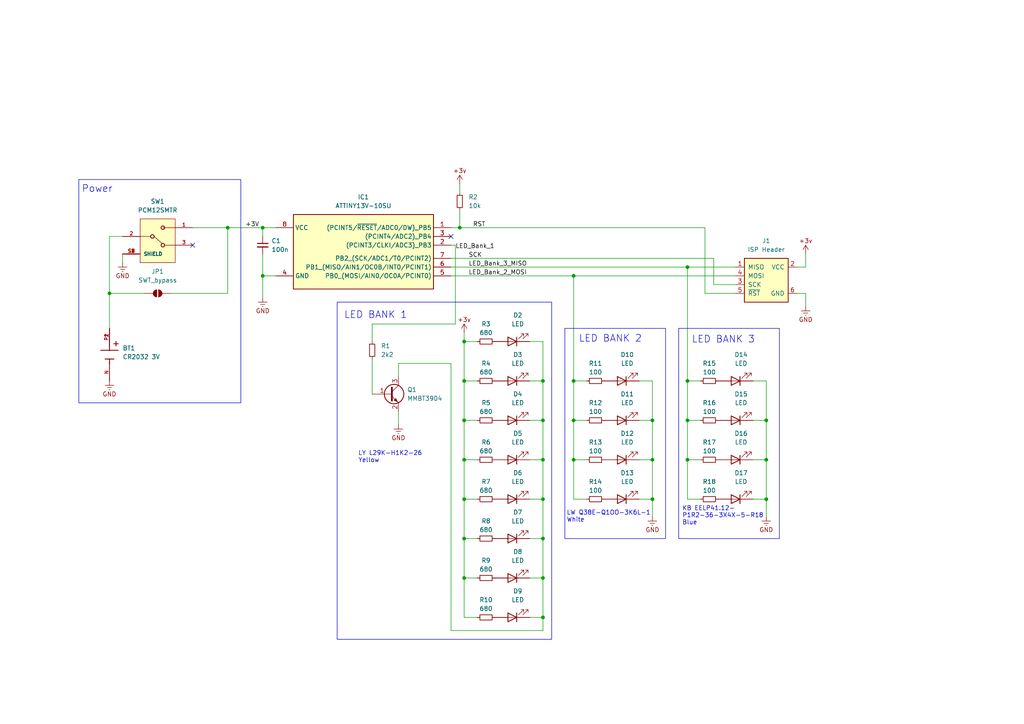
<source format=kicad_sch>
(kicad_sch (version 20231120) (generator "eeschema") (generator_version "8.0")
  (paper "A4")
  (title_block (title "Christmas Ornament 2024") (date "2024-12-20") (rev "1.1") (company "Danni's Creations") (comment 1 "Danni Randeris"))
  (lib_symbols
    (symbol "DARAN:ATTINY13V-10SU"
      (property "Reference" "IC" (at 5.08 5.842 0))
      (property "Value" "ATTINY13V-10SU" (at 45.72 5.842 0))
      (symbol "ATTINY13V-10SU_1_1"
        (rectangle (start 5.08 3.81) (end 45.72 -17.78) (stroke (width 0.254)) (fill (type background)))
        (pin passive line (at 50.8 0 180) (length 5.08) (name "(PCINT5/~{RESET}/ADC0/DW)_PB5") (number "1"))
        (pin passive line (at 50.8 -5.08 180) (length 5.08) (name "(PCINT3/CLKI/ADC3)_PB3") (number "2"))
        (pin passive line (at 50.8 -2.54 180) (length 5.08) (name "(PCINT4/ADC2)_PB4") (number "3"))
        (pin passive line (at 0 -13.97 0) (length 5.08) (name "GND") (number "4"))
        (pin passive line (at 50.8 -13.97 180) (length 5.08) (name "PB0_(MOSI/AIN0/OC0A/PCINT0)") (number "5"))
        (pin passive line (at 50.8 -11.43 180) (length 5.08) (name "PB1_(MISO/AIN1/OC0B/INT0/PCINT1)") (number "6"))
        (pin passive line (at 50.8 -8.89 180) (length 5.08) (name "PB2_(SCK/ADC1/T0/PCINT2)") (number "7"))
        (pin passive line (at 0 0 0) (length 5.08) (name "VCC") (number "8"))
      )
    )
    (symbol "DARAN:BAT-HLD-003-SMT" (pin_names (offset 1.016))
      (property "Reference" "BT" (at -3.81 3.81 0))
      (property "Value" "BAT-HLD-003-SMT" (at -3.81 -5.08 0))
      (symbol "BAT-HLD-003-SMT_0_0"
        (polyline (pts (xy -3.81 1.905) (xy -2.54 1.905)) (stroke (width 0.254)))
        (polyline (pts (xy -3.175 2.54) (xy -3.175 1.27)) (stroke (width 0.254)))
        (polyline (pts (xy -1.27 0) (xy -2.54 0)) (stroke (width 0.254)))
        (polyline (pts (xy -1.27 0) (xy -1.27 -2.54)) (stroke (width 0.254)))
        (polyline (pts (xy -1.27 2.54) (xy -1.27 0)) (stroke (width 0.254)))
        (polyline (pts (xy 1.27 0) (xy 1.27 -1.27)) (stroke (width 0.254)))
        (polyline (pts (xy 1.27 0) (xy 2.54 0)) (stroke (width 0.254)))
        (polyline (pts (xy 1.27 1.27) (xy 1.27 0)) (stroke (width 0.254)))
        (pin power_out line (at 7.62 0 180) (length 5.08) (name "~") (number "N"))
        (pin power_out line (at -7.62 0 0) (length 5.08) (name "~") (number "P1"))
        (pin power_out line (at -7.62 0 0) (length 5.08) (name "~") (number "P2"))
      )
    )
    (symbol "DARAN:C" (pin_numbers hide) (pin_names (offset 0.254) hide)
      (property "Reference" "C" (at 0.254 1.778 0))
      (property "Value" "C" (at 0.254 -2.032 0))
      (symbol "C_0_1"
        (polyline (pts (xy -1.524 -0.508) (xy 1.524 -0.508)) (stroke (width 0.3302)))
        (polyline (pts (xy -1.524 0.508) (xy 1.524 0.508)) (stroke (width 0.3048)))
      )
      (symbol "C_1_1"
        (pin passive line (at 0 2.54 270) (length 2.032) (name "~") (number "1"))
        (pin passive line (at 0 -2.54 90) (length 2.032) (name "~") (number "2"))
      )
    )
    (symbol "DARAN:DARAN_+3V" (power) (pin_names (offset 0))
      (symbol "DARAN_+3V_0_1"
        (polyline (pts (xy -0.762 1.27) (xy 0 2.54)))
        (polyline (pts (xy 0 0) (xy 0 2.54)))
        (polyline (pts (xy 0 2.54) (xy 0.762 1.27)))
      )
      (symbol "DARAN_+3V_1_0"
        (text "+3v" (at 0 3.81 0) (effects (font (size 1.27 1.27))))
      )
      (symbol "DARAN_+3V_1_1"
        (pin power_in line (at 0 0 90) (length 0) hide (name "+3V") (number "1"))
      )
    )
    (symbol "DARAN:DARAN_GND" (power) (pin_names (offset 0))
      (symbol "DARAN_GND_0_0"
        (text "GND" (at 0 -3.81 0) (effects (font (size 1.27 1.27))))
      )
      (symbol "DARAN_GND_0_1"
        (polyline (pts (xy -0.635 -1.905) (xy 0.635 -1.905)))
        (polyline (pts (xy -0.127 -2.54) (xy 0.127 -2.54)))
        (polyline (pts (xy 0 -1.27) (xy 0 0)))
        (polyline (pts (xy 1.27 -1.27) (xy -1.27 -1.27)))
      )
      (symbol "DARAN_GND_1_1"
        (pin power_in line (at 0 0 270) (length 0) hide (name "GND") (number "1"))
      )
    )
    (symbol "DARAN:ISP Header" (pin_names (offset 1.016))
      (property "Reference" "J" (at 3.302 3.81 0))
      (property "Value" "ISP Header" (at 8.636 3.81 0))
      (symbol "ISP Header_0_1"
        (rectangle (start 2.54 2.54) (end 15.24 -10.16) (stroke (width 0.254)) (fill (type background)))
      )
      (symbol "ISP Header_1_1"
        (pin passive line (at 0 0 0) (length 2.54) (name "MISO") (number "1"))
        (pin passive line (at 17.78 0 180) (length 2.54) (name "VCC") (number "2"))
        (pin passive line (at 0 -5.08 0) (length 2.54) (name "SCK") (number "3"))
        (pin passive line (at 0 -2.54 0) (length 2.54) (name "MOSI") (number "4"))
        (pin passive line (at 0 -7.62 0) (length 2.54) (name "~{RST}") (number "5"))
        (pin passive line (at 17.78 -7.62 180) (length 2.54) (name "GND") (number "6"))
      )
    )
    (symbol "DARAN:LED" (pin_numbers hide) (pin_names (offset 1.016) hide)
      (property "Reference" "D" (at 0 2.54 0))
      (property "Value" "LED" (at 0 -2.54 0))
      (symbol "LED_0_1"
        (polyline (pts (xy -1.27 -1.27) (xy -1.27 1.27)) (stroke (width 0.254)))
        (polyline (pts (xy -1.27 0) (xy 1.27 0)))
        (polyline (pts (xy 1.27 -1.27) (xy 1.27 1.27) (xy -1.27 0) (xy 1.27 -1.27)) (stroke (width 0.254)))
        (polyline (pts (xy -3.048 -0.762) (xy -4.572 -2.286) (xy -3.81 -2.286) (xy -4.572 -2.286) (xy -4.572 -1.524)))
        (polyline (pts (xy -1.778 -0.762) (xy -3.302 -2.286) (xy -2.54 -2.286) (xy -3.302 -2.286) (xy -3.302 -1.524)))
      )
      (symbol "LED_1_1"
        (pin passive line (at -5.08 0 0) (length 3.81) (name "K") (number "1"))
        (pin passive line (at 5.08 0 180) (length 3.81) (name "A") (number "2"))
      )
    )
    (symbol "DARAN:PCM12SMTR" (pin_names (offset 1.016))
      (property "Reference" "SW" (at -5.0844 5.3386 0))
      (property "Value" "PCM12SMTR" (at -5.1814 -9.6619 0))
      (symbol "PCM12SMTR_0_0"
        (rectangle (start -5.08 -7.62) (end 5.08 5.08) (stroke (width 0.1524)) (fill (type background)))
        (circle (center -1.524 -2.54) (radius 0.508) (stroke (width 0.254)))
        (circle (center -1.524 2.54) (radius 0.508) (stroke (width 0.254)))
        (polyline (pts (xy -5.08 -2.54) (xy -2.032 -2.54)) (stroke (width 0.1524)))
        (polyline (pts (xy -5.08 2.54) (xy -1.524 2.54)) (stroke (width 0.1524)))
        (polyline (pts (xy 1.016 0) (xy -1.27 -2.032)) (stroke (width 0.1524)))
        (polyline (pts (xy 2.032 0) (xy 5.08 0)) (stroke (width 0.1524)))
        (circle (center 1.524 0) (radius 0.508) (stroke (width 0.254)))
        (pin passive line (at -10.16 2.54 0) (length 5.08) (name "~") (number "1"))
        (pin passive line (at 10.16 0 180) (length 5.08) (name "~") (number "2"))
        (pin passive line (at -10.16 -2.54 0) (length 5.08) (name "~") (number "3"))
        (pin passive line (at 10.16 -5.08 180) (length 5.08) (name "SHIELD") (number "S1"))
        (pin passive line (at 10.16 -5.08 180) (length 5.08) (name "SHIELD") (number "S2"))
        (pin passive line (at 10.16 -5.08 180) (length 5.08) (name "SHIELD") (number "S3"))
        (pin passive line (at 10.16 -5.08 180) (length 5.08) (name "SHIELD") (number "S4"))
      )
    )
    (symbol "DARAN:R" (pin_numbers hide) (pin_names (offset 0.254) hide)
      (property "Reference" "R" (at 0.762 0.508 0))
      (property "Value" "R" (at 0.762 -1.016 0))
      (symbol "R_0_1"
        (rectangle (start -0.762 1.778) (end 0.762 -1.778) (stroke (width 0.2032)))
      )
      (symbol "R_1_1"
        (pin passive line (at 0 2.54 270) (length 0.762) (name "~") (number "1"))
        (pin passive line (at 0 -2.54 90) (length 0.762) (name "~") (number "2"))
      )
    )
    (symbol "Jumper:SolderJumper_2_Open" (pin_numbers hide) (pin_names (offset 0) hide) (exclude_from_sim yes) (in_bom no)
      (property "Reference" "JP" (at 0 2.032 0))
      (property "Value" "SolderJumper_2_Open" (at 0 -2.54 0))
      (symbol "SolderJumper_2_Open_0_1"
        (arc (start -0.254 1.016) (mid -1.2656 0) (end -0.254 -1.016))
        (arc (start -0.254 1.016) (mid -1.2656 0) (end -0.254 -1.016) (fill (type outline)))
        (polyline (pts (xy -0.254 1.016) (xy -0.254 -1.016)))
        (polyline (pts (xy 0.254 1.016) (xy 0.254 -1.016)))
        (arc (start 0.254 -1.016) (mid 1.2656 0) (end 0.254 1.016))
        (arc (start 0.254 -1.016) (mid 1.2656 0) (end 0.254 1.016) (fill (type outline)))
      )
      (symbol "SolderJumper_2_Open_1_1"
        (pin passive line (at -3.81 0 0) (length 2.54) (name "A") (number "1"))
        (pin passive line (at 3.81 0 180) (length 2.54) (name "B") (number "2"))
      )
    )
    (symbol "Transistor_BJT:MMBT3904" (pin_names (offset 0) hide)
      (property "Reference" "Q" (at 5.08 1.905 0))
      (property "Value" "MMBT3904" (at 5.08 0 0))
      (symbol "MMBT3904_0_1"
        (polyline (pts (xy 0.635 0.635) (xy 2.54 2.54)))
        (polyline (pts (xy 0.635 -0.635) (xy 2.54 -2.54) (xy 2.54 -2.54)))
        (polyline (pts (xy 0.635 1.905) (xy 0.635 -1.905) (xy 0.635 -1.905)) (stroke (width 0.508)))
        (polyline (pts (xy 1.27 -1.778) (xy 1.778 -1.27) (xy 2.286 -2.286) (xy 1.27 -1.778) (xy 1.27 -1.778)) (fill (type outline)))
        (circle (center 1.27 0) (radius 2.8194) (stroke (width 0.254)))
      )
      (symbol "MMBT3904_1_1"
        (pin input line (at -5.08 0 0) (length 5.715) (name "B") (number "1"))
        (pin passive line (at 2.54 -5.08 90) (length 2.54) (name "E") (number "2"))
        (pin passive line (at 2.54 5.08 270) (length 2.54) (name "C") (number "3"))
      )
    )
  )
  (junction (at 166.37 110.49))
  (junction (at 189.23 121.92))
  (junction (at 199.39 77.47))
  (junction (at 166.37 133.35))
  (junction (at 222.25 133.35))
  (junction (at 133.35 66.04))
  (junction (at 134.62 156.21))
  (junction (at 166.37 121.92))
  (junction (at 134.62 99.06))
  (junction (at 199.39 133.35))
  (junction (at 157.48 133.35))
  (junction (at 134.62 144.78))
  (junction (at 157.48 121.92))
  (junction (at 66.04 66.04))
  (junction (at 157.48 156.21))
  (junction (at 189.23 144.78))
  (junction (at 134.62 121.92))
  (junction (at 134.62 167.64))
  (junction (at 31.75 85.09))
  (junction (at 166.37 80.01))
  (junction (at 134.62 133.35))
  (junction (at 157.48 167.64))
  (junction (at 157.48 144.78))
  (junction (at 222.25 121.92))
  (junction (at 76.2 80.01))
  (junction (at 157.48 179.07))
  (junction (at 199.39 121.92))
  (junction (at 134.62 110.49))
  (junction (at 222.25 144.78))
  (junction (at 199.39 110.49))
  (junction (at 76.2 66.04))
  (junction (at 189.23 133.35))
  (junction (at 157.48 110.49))
  (no_connect (at 55.88 71.12))
  (no_connect (at 130.81 68.58))
  (wire (pts (xy 115.57 109.22) (xy 115.57 105.41)))
  (wire (pts (xy 231.14 85.09) (xy 233.68 85.09)))
  (wire (pts (xy 199.39 121.92) (xy 203.2 121.92)))
  (wire (pts (xy 189.23 144.78) (xy 189.23 149.86)))
  (wire (pts (xy 166.37 110.49) (xy 166.37 121.92)))
  (wire (pts (xy 166.37 80.01) (xy 166.37 110.49)))
  (wire (pts (xy 134.62 167.64) (xy 134.62 179.07)))
  (wire (pts (xy 199.39 133.35) (xy 199.39 144.78)))
  (wire (pts (xy 199.39 77.47) (xy 213.36 77.47)))
  (wire (pts (xy 134.62 156.21) (xy 134.62 167.64)))
  (wire (pts (xy 204.47 66.04) (xy 133.35 66.04)))
  (wire (pts (xy 115.57 119.38) (xy 115.57 123.19)))
  (wire (pts (xy 203.2 144.78) (xy 199.39 144.78)))
  (wire (pts (xy 132.08 71.12) (xy 132.08 93.98)))
  (wire (pts (xy 218.44 144.78) (xy 222.25 144.78)))
  (wire (pts (xy 222.25 110.49) (xy 222.25 121.92)))
  (wire (pts (xy 134.62 110.49) (xy 134.62 121.92)))
  (wire (pts (xy 107.95 104.14) (xy 107.95 114.3)))
  (wire (pts (xy 133.35 53.34) (xy 133.35 55.88)))
  (wire (pts (xy 76.2 73.66) (xy 76.2 80.01)))
  (wire (pts (xy 157.48 133.35) (xy 157.48 144.78)))
  (wire (pts (xy 134.62 96.52) (xy 134.62 99.06)))
  (wire (pts (xy 153.67 179.07) (xy 157.48 179.07)))
  (wire (pts (xy 218.44 121.92) (xy 222.25 121.92)))
  (wire (pts (xy 233.68 85.09) (xy 233.68 88.9)))
  (wire (pts (xy 153.67 167.64) (xy 157.48 167.64)))
  (wire (pts (xy 157.48 121.92) (xy 157.48 133.35)))
  (wire (pts (xy 153.67 133.35) (xy 157.48 133.35)))
  (wire (pts (xy 130.81 80.01) (xy 166.37 80.01)))
  (wire (pts (xy 189.23 121.92) (xy 189.23 133.35)))
  (wire (pts (xy 134.62 144.78) (xy 138.43 144.78)))
  (wire (pts (xy 213.36 85.09) (xy 204.47 85.09)))
  (wire (pts (xy 134.62 121.92) (xy 138.43 121.92)))
  (wire (pts (xy 170.18 144.78) (xy 166.37 144.78)))
  (wire (pts (xy 132.08 93.98) (xy 107.95 93.98)))
  (wire (pts (xy 66.04 85.09) (xy 66.04 66.04)))
  (wire (pts (xy 153.67 156.21) (xy 157.48 156.21)))
  (wire (pts (xy 134.62 156.21) (xy 138.43 156.21)))
  (wire (pts (xy 222.25 121.92) (xy 222.25 133.35)))
  (wire (pts (xy 76.2 80.01) (xy 76.2 86.36)))
  (wire (pts (xy 185.42 121.92) (xy 189.23 121.92)))
  (wire (pts (xy 134.62 167.64) (xy 138.43 167.64)))
  (wire (pts (xy 134.62 99.06) (xy 138.43 99.06)))
  (wire (pts (xy 157.48 144.78) (xy 157.48 156.21)))
  (wire (pts (xy 138.43 133.35) (xy 134.62 133.35)))
  (wire (pts (xy 185.42 133.35) (xy 189.23 133.35)))
  (wire (pts (xy 207.01 74.93) (xy 130.81 74.93)))
  (wire (pts (xy 153.67 121.92) (xy 157.48 121.92)))
  (wire (pts (xy 157.48 156.21) (xy 157.48 167.64)))
  (wire (pts (xy 199.39 110.49) (xy 203.2 110.49)))
  (wire (pts (xy 130.81 66.04) (xy 133.35 66.04)))
  (wire (pts (xy 133.35 66.04) (xy 133.35 60.96)))
  (wire (pts (xy 199.39 121.92) (xy 199.39 133.35)))
  (wire (pts (xy 31.75 85.09) (xy 41.91 85.09)))
  (wire (pts (xy 49.53 85.09) (xy 66.04 85.09)))
  (wire (pts (xy 153.67 99.06) (xy 157.48 99.06)))
  (wire (pts (xy 115.57 105.41) (xy 130.81 105.41)))
  (wire (pts (xy 134.62 133.35) (xy 134.62 144.78)))
  (wire (pts (xy 107.95 93.98) (xy 107.95 99.06)))
  (wire (pts (xy 185.42 144.78) (xy 189.23 144.78)))
  (wire (pts (xy 153.67 144.78) (xy 157.48 144.78)))
  (wire (pts (xy 55.88 66.04) (xy 66.04 66.04)))
  (wire (pts (xy 199.39 77.47) (xy 199.39 110.49)))
  (wire (pts (xy 157.48 167.64) (xy 157.48 179.07)))
  (wire (pts (xy 199.39 133.35) (xy 203.2 133.35)))
  (wire (pts (xy 233.68 77.47) (xy 233.68 73.66)))
  (wire (pts (xy 207.01 82.55) (xy 207.01 74.93)))
  (wire (pts (xy 138.43 179.07) (xy 134.62 179.07)))
  (wire (pts (xy 134.62 121.92) (xy 134.62 133.35)))
  (wire (pts (xy 153.67 110.49) (xy 157.48 110.49)))
  (wire (pts (xy 134.62 110.49) (xy 138.43 110.49)))
  (wire (pts (xy 213.36 82.55) (xy 207.01 82.55)))
  (wire (pts (xy 166.37 133.35) (xy 170.18 133.35)))
  (wire (pts (xy 134.62 99.06) (xy 134.62 110.49)))
  (wire (pts (xy 189.23 133.35) (xy 189.23 144.78)))
  (wire (pts (xy 130.81 182.88) (xy 157.48 182.88)))
  (wire (pts (xy 35.56 73.66) (xy 35.56 76.2)))
  (wire (pts (xy 31.75 68.58) (xy 35.56 68.58)))
  (wire (pts (xy 66.04 66.04) (xy 76.2 66.04)))
  (wire (pts (xy 130.81 77.47) (xy 199.39 77.47)))
  (wire (pts (xy 185.42 110.49) (xy 189.23 110.49)))
  (wire (pts (xy 157.48 99.06) (xy 157.48 110.49)))
  (wire (pts (xy 31.75 85.09) (xy 31.75 68.58)))
  (wire (pts (xy 166.37 110.49) (xy 170.18 110.49)))
  (wire (pts (xy 166.37 133.35) (xy 166.37 144.78)))
  (wire (pts (xy 157.48 110.49) (xy 157.48 121.92)))
  (wire (pts (xy 222.25 133.35) (xy 222.25 144.78)))
  (wire (pts (xy 189.23 110.49) (xy 189.23 121.92)))
  (wire (pts (xy 218.44 133.35) (xy 222.25 133.35)))
  (wire (pts (xy 134.62 144.78) (xy 134.62 156.21)))
  (wire (pts (xy 157.48 182.88) (xy 157.48 179.07)))
  (wire (pts (xy 76.2 66.04) (xy 80.01 66.04)))
  (wire (pts (xy 204.47 85.09) (xy 204.47 66.04)))
  (wire (pts (xy 166.37 121.92) (xy 166.37 133.35)))
  (wire (pts (xy 231.14 77.47) (xy 233.68 77.47)))
  (wire (pts (xy 199.39 110.49) (xy 199.39 121.92)))
  (wire (pts (xy 76.2 66.04) (xy 76.2 68.58)))
  (wire (pts (xy 222.25 144.78) (xy 222.25 149.86)))
  (wire (pts (xy 130.81 105.41) (xy 130.81 182.88)))
  (wire (pts (xy 166.37 121.92) (xy 170.18 121.92)))
  (wire (pts (xy 132.08 71.12) (xy 130.81 71.12)))
  (wire (pts (xy 218.44 110.49) (xy 222.25 110.49)))
  (wire (pts (xy 76.2 80.01) (xy 80.01 80.01)))
  (wire (pts (xy 166.37 80.01) (xy 213.36 80.01)))
  (wire (pts (xy 31.75 85.09) (xy 31.75 95.25)))
  (rectangle (start 163.83 95.25) (end 193.04 156.21))
  (rectangle (start 196.85 95.25) (end 226.06 156.21))
  (rectangle (start 97.79 87.63) (end 160.02 185.42))
  (rectangle (start 22.86 52.07) (end 69.85 116.84))
  (text "LED BANK 3" (at 209.804 98.552 0) (effects (font (size 2 2))))
  (text "LED BANK 2" (at 177.038 98.298 0) (effects (font (size 2 2))))
  (text "LED BANK 1" (at 108.966 91.44 0) (effects (font (size 2 2))))
  (text "Power" (at 28.194 54.864 0) (effects (font (size 2 2))))
  (text "LW Q38E-Q1OO-3K6L-1\nWhite" (at 164.338 149.86 0) (effects (font (size 1.27 1.27)) (justify left)))
  (text "KB EELP41.12-\nP1R2-36-3X4X-5-R18\nBlue" (at 197.866 149.606 0) (effects (font (size 1.27 1.27)) (justify left)))
  (text "LY L29K-H1K2-26\nYellow" (at 103.886 132.588 0) (effects (font (size 1.27 1.27)) (justify left)))
  (label "LED_Bank_2_MOSI" (at 135.89 80.01 0))
  (label "+3V" (at 71.12 66.04 0))
  (label "RST" (at 137.16 66.04 0))
  (label "LED_Bank_3_MISO" (at 135.89 77.47 0))
  (label "SCK" (at 135.89 74.93 0))
  (label "LED_Bank_1" (at 132.08 72.39 0))
  (symbol (lib_id "Jumper:SolderJumper_2_Open") (at 45.72 85.09 0) (unit 1) (exclude_from_sim yes) (in_bom no)
    (property "Reference" "JP1" (at 45.72 78.74 0))
    (property "Value" "SWT_bypass" (at 45.72 81.28 0))
    (property "Footprint" "Jumper:SolderJumper-2_P1.3mm_Open_RoundedPad1.0x1.5mm" (effects (hide yes)))
    (property "Description" "Solder Jumper, 2-pole, open" (effects (hide yes)))
  )
  (symbol (lib_id "DARAN:LED") (at 148.59 179.07 180) (unit 1)
    (property "Reference" "D9" (at 150.1775 171.45 0))
    (property "Value" "LED" (at 150.1775 173.99 0))
    (property "Footprint" "LED_SMD:LED_0603_1608Metric_Pad1.05x0.95mm_HandSolder" (effects (hide yes)))
    (property "Description" "Light emitting diode" (effects (hide yes)))
  )
  (symbol (lib_id "DARAN:LED") (at 180.34 110.49 180) (unit 1)
    (property "Reference" "D10" (at 181.9275 102.87 0))
    (property "Value" "LED" (at 181.9275 105.41 0))
    (property "Footprint" "LED_SMD:LED_0603_1608Metric_Pad1.05x0.95mm_HandSolder" (effects (hide yes)))
    (property "Description" "Light emitting diode" (effects (hide yes)))
  )
  (symbol (lib_id "DARAN:R") (at 107.95 101.6 180) (unit 1)
    (property "Reference" "R1" (at 110.49 100.3299 0) (effects (justify right)))
    (property "Value" "2k2" (at 110.49 102.8699 0) (effects (justify right)))
    (property "Footprint" "Resistor_SMD:R_0805_2012Metric_Pad1.20x1.40mm_HandSolder" (effects (hide yes)))
    (property "Description" "Resistor, small symbol" (effects (hide yes)))
  )
  (symbol (lib_id "DARAN:LED") (at 148.59 133.35 180) (unit 1)
    (property "Reference" "D5" (at 150.1775 125.73 0))
    (property "Value" "LED" (at 150.1775 128.27 0))
    (property "Footprint" "LED_SMD:LED_0603_1608Metric_Pad1.05x0.95mm_HandSolder" (effects (hide yes)))
    (property "Description" "Light emitting diode" (effects (hide yes)))
  )
  (symbol (lib_id "DARAN:LED") (at 180.34 144.78 180) (unit 1)
    (property "Reference" "D13" (at 181.9275 137.16 0))
    (property "Value" "LED" (at 181.9275 139.7 0))
    (property "Footprint" "LED_SMD:LED_0603_1608Metric_Pad1.05x0.95mm_HandSolder" (effects (hide yes)))
    (property "Description" "Light emitting diode" (effects (hide yes)))
  )
  (symbol (lib_id "DARAN:R") (at 172.72 121.92 90) (unit 1)
    (property "Reference" "R12" (at 172.72 116.84 90))
    (property "Value" "100" (at 172.72 119.38 90))
    (property "Footprint" "Resistor_SMD:R_0805_2012Metric_Pad1.20x1.40mm_HandSolder" (effects (hide yes)))
    (property "Description" "Resistor, small symbol" (effects (hide yes)))
  )
  (symbol (lib_id "DARAN:R") (at 140.97 99.06 90) (unit 1)
    (property "Reference" "R3" (at 140.97 93.98 90))
    (property "Value" "680" (at 140.97 96.52 90))
    (property "Footprint" "Resistor_SMD:R_0805_2012Metric_Pad1.20x1.40mm_HandSolder" (effects (hide yes)))
    (property "Description" "Resistor, small symbol" (effects (hide yes)))
  )
  (symbol (lib_id "DARAN:R") (at 140.97 144.78 90) (unit 1)
    (property "Reference" "R7" (at 140.97 139.7 90))
    (property "Value" "680" (at 140.97 142.24 90))
    (property "Footprint" "Resistor_SMD:R_0805_2012Metric_Pad1.20x1.40mm_HandSolder" (effects (hide yes)))
    (property "Description" "Resistor, small symbol" (effects (hide yes)))
  )
  (symbol (lib_id "DARAN:DARAN_GND") (at 31.75 110.49 0) (unit 1)
    (property "Reference" "#PWR01" (effects (hide yes)))
    (property "Value" "DARAN_GND" (effects (hide yes)))
    (property "Description" "Power symbol creates a global label with name \"Earth\"" (effects (hide yes)))
  )
  (symbol (lib_id "DARAN:LED") (at 148.59 121.92 180) (unit 1)
    (property "Reference" "D4" (at 150.1775 114.3 0))
    (property "Value" "LED" (at 150.1775 116.84 0))
    (property "Footprint" "LED_SMD:LED_0603_1608Metric_Pad1.05x0.95mm_HandSolder" (effects (hide yes)))
    (property "Description" "Light emitting diode" (effects (hide yes)))
  )
  (symbol (lib_id "DARAN:R") (at 205.74 121.92 90) (unit 1)
    (property "Reference" "R16" (at 205.74 116.84 90))
    (property "Value" "100" (at 205.74 119.38 90))
    (property "Footprint" "Resistor_SMD:R_0805_2012Metric_Pad1.20x1.40mm_HandSolder" (effects (hide yes)))
    (property "Description" "Resistor, small symbol" (effects (hide yes)))
  )
  (symbol (lib_id "DARAN:DARAN_+3V") (at 233.68 73.66 0) (unit 1)
    (property "Reference" "#PWR09" (effects (hide yes)))
    (property "Value" "+3V" (effects (hide yes)))
    (property "Description" "Power symbol creates a global label with name \"+5V\"" (effects (hide yes)))
  )
  (symbol (lib_id "DARAN:DARAN_+3V") (at 133.35 53.34 0) (unit 1)
    (property "Reference" "#PWR05" (effects (hide yes)))
    (property "Value" "+3V" (effects (hide yes)))
    (property "Description" "Power symbol creates a global label with name \"+5V\"" (effects (hide yes)))
  )
  (symbol (lib_id "DARAN:LED") (at 148.59 99.06 180) (unit 1)
    (property "Reference" "D2" (at 150.1775 91.44 0))
    (property "Value" "LED" (at 150.1775 93.98 0))
    (property "Footprint" "LED_SMD:LED_0603_1608Metric_Pad1.05x0.95mm_HandSolder" (effects (hide yes)))
    (property "Description" "Light emitting diode" (effects (hide yes)))
  )
  (symbol (lib_id "DARAN:ISP Header") (at 213.36 77.47 0) (unit 1)
    (property "Reference" "J1" (at 222.25 69.85 0))
    (property "Value" "ISP Header" (at 222.25 72.39 0))
    (property "Footprint" "DARAN:ISP_Pad" (effects (hide yes)))
    (property "Description" "6-pin ISP connector" (effects (hide yes)))
  )
  (symbol (lib_id "DARAN:DARAN_GND") (at 76.2 86.36 0) (unit 1)
    (property "Reference" "#PWR03" (effects (hide yes)))
    (property "Value" "DARAN_GND" (effects (hide yes)))
    (property "Description" "Power symbol creates a global label with name \"Earth\"" (effects (hide yes)))
  )
  (symbol (lib_id "DARAN:LED") (at 213.36 144.78 180) (unit 1)
    (property "Reference" "D17" (at 214.9475 137.16 0))
    (property "Value" "LED" (at 214.9475 139.7 0))
    (property "Footprint" "LED_SMD:LED_0603_1608Metric_Pad1.05x0.95mm_HandSolder" (effects (hide yes)))
    (property "Description" "Light emitting diode" (effects (hide yes)))
  )
  (symbol (lib_id "DARAN:R") (at 172.72 133.35 90) (unit 1)
    (property "Reference" "R13" (at 172.72 128.27 90))
    (property "Value" "100" (at 172.72 130.81 90))
    (property "Footprint" "Resistor_SMD:R_0805_2012Metric_Pad1.20x1.40mm_HandSolder" (effects (hide yes)))
    (property "Description" "Resistor, small symbol" (effects (hide yes)))
  )
  (symbol (lib_id "DARAN:PCM12SMTR") (at 45.72 68.58 0) (mirror y) (unit 1)
    (property "Reference" "SW1" (at 45.72 58.42 0))
    (property "Value" "PCM12SMTR" (at 45.72 60.96 0))
    (property "Footprint" "DARAN:SW_PCM12SMTR" (effects (hide yes)))
    (property "MF" "C&K" (effects (hide yes)))
    (property "Description_1" "\nSwitch,Slide,Ultra-Mini,SPDT,ON-ON,300mA,6VDC,Surface Mount,R/A,Gull Wing | C&K PCM12SMTR\n" (effects (hide yes)))
    (property "Package" "None" (effects (hide yes)))
    (property "Price" "None" (effects (hide yes)))
    (property "Check_prices" "https://www.snapeda.com/parts/PCM12SMTR/C%2526K/view-part/?ref=eda" (effects (hide yes)))
    (property "STANDARD" "Manufacturer Recommendation" (effects (hide yes)))
    (property "SnapEDA_Link" "https://www.snapeda.com/parts/PCM12SMTR/C%2526K/view-part/?ref=snap" (effects (hide yes)))
    (property "MP" "PCM12SMTR" (effects (hide yes)))
    (property "Purchase-URL" "https://www.snapeda.com/api/url_track_click_mouser/?unipart_id=229977&manufacturer=C&amp;K&part_name=PCM12SMTR&search_term=pcm12smtr" (effects (hide yes)))
    (property "Availability" "In Stock" (effects (hide yes)))
    (property "MANUFACTURER" "C&K" (effects (hide yes)))
  )
  (symbol (lib_id "DARAN:LED") (at 148.59 156.21 180) (unit 1)
    (property "Reference" "D7" (at 150.1775 148.59 0))
    (property "Value" "LED" (at 150.1775 151.13 0))
    (property "Footprint" "LED_SMD:LED_0603_1608Metric_Pad1.05x0.95mm_HandSolder" (effects (hide yes)))
    (property "Description" "Light emitting diode" (effects (hide yes)))
  )
  (symbol (lib_id "DARAN:DARAN_GND") (at 115.57 123.19 0) (unit 1)
    (property "Reference" "#PWR04" (effects (hide yes)))
    (property "Value" "DARAN_GND" (effects (hide yes)))
    (property "Description" "Power symbol creates a global label with name \"Earth\"" (effects (hide yes)))
  )
  (symbol (lib_id "DARAN:DARAN_GND") (at 233.68 88.9 0) (unit 1)
    (property "Reference" "#PWR010" (effects (hide yes)))
    (property "Value" "DARAN_GND" (effects (hide yes)))
    (property "Description" "Power symbol creates a global label with name \"Earth\"" (effects (hide yes)))
  )
  (symbol (lib_id "DARAN:ATTINY13V-10SU") (at 80.01 66.04 0) (unit 1)
    (property "Reference" "IC1" (at 105.41 57.15 0))
    (property "Value" "ATTINY13V-10SU" (at 105.41 59.69 0))
    (property "Footprint" "DARAN:SOIC127P798X216-8N" (effects (hide yes)))
    (property "Datasheet" "http://www.atmel.com/images/doc2535.pdf" (effects (hide yes)))
    (property "Description" "ATTINY13V-10SU, 8 bit AVR Microcontroller 10MHz 1, 64kB, B Flash, 64B RAM, SPI 8-Pin SOIC" (effects (hide yes)))
    (property "Height" "2.16" (effects (hide yes)))
    (property "Mouser Part Number" "556-ATTINY13V10SU" (effects (hide yes)))
    (property "Mouser Price/Stock" "https://www.mouser.co.uk/ProductDetail/Microchip-Technology/ATTINY13V-10SU?qs=%2F3fErP%2Fu%252BPGcM0syM8akzg%3D%3D" (effects (hide yes)))
    (property "Manufacturer_Name" "Microchip" (effects (hide yes)))
    (property "Manufacturer_Part_Number" "ATTINY13V-10SU" (effects (hide yes)))
  )
  (symbol (lib_id "DARAN:R") (at 172.72 110.49 90) (unit 1)
    (property "Reference" "R11" (at 172.72 105.41 90))
    (property "Value" "100" (at 172.72 107.95 90))
    (property "Footprint" "Resistor_SMD:R_0805_2012Metric_Pad1.20x1.40mm_HandSolder" (effects (hide yes)))
    (property "Description" "Resistor, small symbol" (effects (hide yes)))
  )
  (symbol (lib_id "DARAN:DARAN_GND") (at 222.25 149.86 0) (unit 1)
    (property "Reference" "#PWR08" (effects (hide yes)))
    (property "Value" "DARAN_GND" (effects (hide yes)))
    (property "Description" "Power symbol creates a global label with name \"Earth\"" (effects (hide yes)))
  )
  (symbol (lib_id "DARAN:R") (at 205.74 144.78 90) (unit 1)
    (property "Reference" "R18" (at 205.74 139.7 90))
    (property "Value" "100" (at 205.74 142.24 90))
    (property "Footprint" "Resistor_SMD:R_0805_2012Metric_Pad1.20x1.40mm_HandSolder" (effects (hide yes)))
    (property "Description" "Resistor, small symbol" (effects (hide yes)))
  )
  (symbol (lib_id "DARAN:BAT-HLD-003-SMT") (at 31.75 102.87 270) (unit 1)
    (property "Reference" "BT1" (at 35.56 100.9649 90) (effects (justify left)))
    (property "Value" "CR2032 3V" (at 35.56 103.5049 90) (effects (justify left)))
    (property "Footprint" "DARAN:BAT_BAT-HLD-003-SMT" (effects (hide yes)))
    (property "Description" "Battery Holder Coin 20 SMT Nickel" (effects (hide yes)))
    (property "Package" "None" (effects (hide yes)))
    (property "Price" "None" (effects (hide yes)))
    (property "MF" "Linx Technologies Inc." (effects (hide yes)))
    (property "MP" "BAT-HLD-003-SMT" (effects (hide yes)))
  )
  (symbol (lib_id "Transistor_BJT:MMBT3904") (at 113.03 114.3 0) (unit 1)
    (property "Reference" "Q1" (at 118.11 113.0299 0) (effects (justify left)))
    (property "Value" "MMBT3904" (at 118.11 115.5699 0) (effects (justify left)))
    (property "Footprint" "Package_TO_SOT_SMD:SOT-23_Handsoldering" (effects (hide yes)))
    (property "Datasheet" "https://www.onsemi.com/pdf/datasheet/pzt3904-d.pdf" (effects (hide yes)))
    (property "Description" "0.2A Ic, 40V Vce, Small Signal NPN Transistor, SOT-23" (effects (hide yes)))
  )
  (symbol (lib_id "DARAN:R") (at 172.72 144.78 90) (unit 1)
    (property "Reference" "R14" (at 172.72 139.7 90))
    (property "Value" "100" (at 172.72 142.24 90))
    (property "Footprint" "Resistor_SMD:R_0805_2012Metric_Pad1.20x1.40mm_HandSolder" (effects (hide yes)))
    (property "Description" "Resistor, small symbol" (effects (hide yes)))
  )
  (symbol (lib_id "DARAN:R") (at 205.74 133.35 90) (unit 1)
    (property "Reference" "R17" (at 205.74 128.27 90))
    (property "Value" "100" (at 205.74 130.81 90))
    (property "Footprint" "Resistor_SMD:R_0805_2012Metric_Pad1.20x1.40mm_HandSolder" (effects (hide yes)))
    (property "Description" "Resistor, small symbol" (effects (hide yes)))
  )
  (symbol (lib_id "DARAN:DARAN_+3V") (at 134.62 96.52 0) (unit 1)
    (property "Reference" "#PWR06" (effects (hide yes)))
    (property "Value" "+3V" (effects (hide yes)))
    (property "Description" "Power symbol creates a global label with name \"+5V\"" (effects (hide yes)))
  )
  (symbol (lib_id "DARAN:C") (at 76.2 71.12 0) (unit 1)
    (property "Reference" "C1" (at 78.74 69.8562 0) (effects (justify left)))
    (property "Value" "100n" (at 78.74 72.3962 0) (effects (justify left)))
    (property "Footprint" "Capacitor_SMD:C_0805_2012Metric_Pad1.18x1.45mm_HandSolder" (effects (hide yes)))
    (property "Description" "Unpolarized capacitor, small symbol" (effects (hide yes)))
  )
  (symbol (lib_id "DARAN:LED") (at 180.34 133.35 180) (unit 1)
    (property "Reference" "D12" (at 181.9275 125.73 0))
    (property "Value" "LED" (at 181.9275 128.27 0))
    (property "Footprint" "LED_SMD:LED_0603_1608Metric_Pad1.05x0.95mm_HandSolder" (effects (hide yes)))
    (property "Description" "Light emitting diode" (effects (hide yes)))
  )
  (symbol (lib_id "DARAN:LED") (at 213.36 121.92 180) (unit 1)
    (property "Reference" "D15" (at 214.9475 114.3 0))
    (property "Value" "LED" (at 214.9475 116.84 0))
    (property "Footprint" "LED_SMD:LED_0603_1608Metric_Pad1.05x0.95mm_HandSolder" (effects (hide yes)))
    (property "Description" "Light emitting diode" (effects (hide yes)))
  )
  (symbol (lib_id "DARAN:LED") (at 148.59 144.78 180) (unit 1)
    (property "Reference" "D6" (at 150.1775 137.16 0))
    (property "Value" "LED" (at 150.1775 139.7 0))
    (property "Footprint" "LED_SMD:LED_0603_1608Metric_Pad1.05x0.95mm_HandSolder" (effects (hide yes)))
    (property "Description" "Light emitting diode" (effects (hide yes)))
  )
  (symbol (lib_id "DARAN:R") (at 140.97 156.21 90) (unit 1)
    (property "Reference" "R8" (at 140.97 151.13 90))
    (property "Value" "680" (at 140.97 153.67 90))
    (property "Footprint" "Resistor_SMD:R_0805_2012Metric_Pad1.20x1.40mm_HandSolder" (effects (hide yes)))
    (property "Description" "Resistor, small symbol" (effects (hide yes)))
  )
  (symbol (lib_id "DARAN:R") (at 205.74 110.49 90) (unit 1)
    (property "Reference" "R15" (at 205.74 105.41 90))
    (property "Value" "100" (at 205.74 107.95 90))
    (property "Footprint" "Resistor_SMD:R_0805_2012Metric_Pad1.20x1.40mm_HandSolder" (effects (hide yes)))
    (property "Description" "Resistor, small symbol" (effects (hide yes)))
  )
  (symbol (lib_id "DARAN:R") (at 140.97 133.35 90) (unit 1)
    (property "Reference" "R6" (at 140.97 128.27 90))
    (property "Value" "680" (at 140.97 130.81 90))
    (property "Footprint" "Resistor_SMD:R_0805_2012Metric_Pad1.20x1.40mm_HandSolder" (effects (hide yes)))
    (property "Description" "Resistor, small symbol" (effects (hide yes)))
  )
  (symbol (lib_id "DARAN:LED") (at 148.59 167.64 180) (unit 1)
    (property "Reference" "D8" (at 150.1775 160.02 0))
    (property "Value" "LED" (at 150.1775 162.56 0))
    (property "Footprint" "LED_SMD:LED_0603_1608Metric_Pad1.05x0.95mm_HandSolder" (effects (hide yes)))
    (property "Description" "Light emitting diode" (effects (hide yes)))
  )
  (symbol (lib_id "DARAN:LED") (at 213.36 110.49 180) (unit 1)
    (property "Reference" "D14" (at 214.9475 102.87 0))
    (property "Value" "LED" (at 214.9475 105.41 0))
    (property "Footprint" "LED_SMD:LED_0603_1608Metric_Pad1.05x0.95mm_HandSolder" (effects (hide yes)))
    (property "Description" "Light emitting diode" (effects (hide yes)))
  )
  (symbol (lib_id "DARAN:DARAN_GND") (at 35.56 76.2 0) (unit 1)
    (property "Reference" "#PWR02" (effects (hide yes)))
    (property "Value" "DARAN_GND" (effects (hide yes)))
    (property "Description" "Power symbol creates a global label with name \"Earth\"" (effects (hide yes)))
  )
  (symbol (lib_id "DARAN:DARAN_GND") (at 189.23 149.86 0) (unit 1)
    (property "Reference" "#PWR07" (effects (hide yes)))
    (property "Value" "DARAN_GND" (effects (hide yes)))
    (property "Description" "Power symbol creates a global label with name \"Earth\"" (effects (hide yes)))
  )
  (symbol (lib_id "DARAN:LED") (at 213.36 133.35 180) (unit 1)
    (property "Reference" "D16" (at 214.9475 125.73 0))
    (property "Value" "LED" (at 214.9475 128.27 0))
    (property "Footprint" "LED_SMD:LED_0603_1608Metric_Pad1.05x0.95mm_HandSolder" (effects (hide yes)))
    (property "Description" "Light emitting diode" (effects (hide yes)))
  )
  (symbol (lib_id "DARAN:R") (at 140.97 110.49 90) (unit 1)
    (property "Reference" "R4" (at 140.97 105.41 90))
    (property "Value" "680" (at 140.97 107.95 90))
    (property "Footprint" "Resistor_SMD:R_0805_2012Metric_Pad1.20x1.40mm_HandSolder" (effects (hide yes)))
    (property "Description" "Resistor, small symbol" (effects (hide yes)))
  )
  (symbol (lib_id "DARAN:LED") (at 180.34 121.92 180) (unit 1)
    (property "Reference" "D11" (at 181.9275 114.3 0))
    (property "Value" "LED" (at 181.9275 116.84 0))
    (property "Footprint" "LED_SMD:LED_0603_1608Metric_Pad1.05x0.95mm_HandSolder" (effects (hide yes)))
    (property "Description" "Light emitting diode" (effects (hide yes)))
  )
  (symbol (lib_id "DARAN:R") (at 133.35 58.42 0) (unit 1)
    (property "Reference" "R2" (at 135.89 57.1499 0) (effects (justify left)))
    (property "Value" "10k" (at 135.89 59.6899 0) (effects (justify left)))
    (property "Footprint" "Resistor_SMD:R_0805_2012Metric_Pad1.20x1.40mm_HandSolder" (effects (hide yes)))
    (property "Description" "Resistor, small symbol" (effects (hide yes)))
  )
  (symbol (lib_id "DARAN:LED") (at 148.59 110.49 180) (unit 1)
    (property "Reference" "D3" (at 150.1775 102.87 0))
    (property "Value" "LED" (at 150.1775 105.41 0))
    (property "Footprint" "LED_SMD:LED_0603_1608Metric_Pad1.05x0.95mm_HandSolder" (effects (hide yes)))
    (property "Description" "Light emitting diode" (effects (hide yes)))
  )
  (symbol (lib_id "DARAN:R") (at 140.97 179.07 90) (unit 1)
    (property "Reference" "R10" (at 140.97 173.99 90))
    (property "Value" "680" (at 140.97 176.53 90))
    (property "Footprint" "Resistor_SMD:R_0805_2012Metric_Pad1.20x1.40mm_HandSolder" (effects (hide yes)))
    (property "Description" "Resistor, small symbol" (effects (hide yes)))
  )
  (symbol (lib_id "DARAN:R") (at 140.97 167.64 90) (unit 1)
    (property "Reference" "R9" (at 140.97 162.56 90))
    (property "Value" "680" (at 140.97 165.1 90))
    (property "Footprint" "Resistor_SMD:R_0805_2012Metric_Pad1.20x1.40mm_HandSolder" (effects (hide yes)))
    (property "Description" "Resistor, small symbol" (effects (hide yes)))
  )
  (symbol (lib_id "DARAN:R") (at 140.97 121.92 90) (unit 1)
    (property "Reference" "R5" (at 140.97 116.84 90))
    (property "Value" "680" (at 140.97 119.38 90))
    (property "Footprint" "Resistor_SMD:R_0805_2012Metric_Pad1.20x1.40mm_HandSolder" (effects (hide yes)))
    (property "Description" "Resistor, small symbol" (effects (hide yes)))
  )
)
</source>
